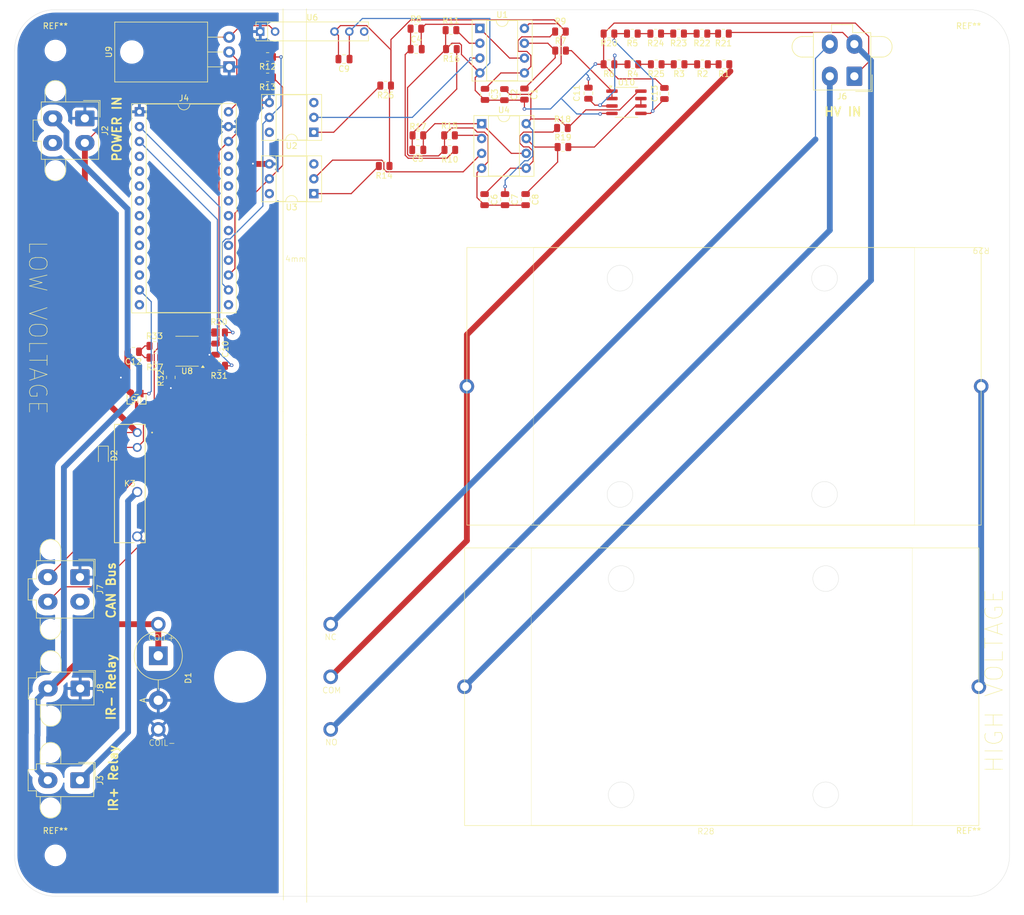
<source format=kicad_pcb>
(kicad_pcb (version 20241229) (generator "pcbnew") (generator_version "9.0")
  (layers (0 "F.Cu" signal) (2 "B.Cu" signal) (13 "F.Paste" user) (15 "B.Paste" user) (5 "F.SilkS" user "F.Silkscreen") (7 "B.SilkS" user "B.Silkscreen") (1 "F.Mask" user) (3 "B.Mask" user) (25 "Edge.Cuts" user))
  (net 0 "")
  (net 1 "Net-(U1-COMPIN)")
  (net 2 "+12P")
  (net 3 "Net-(U1-IOUT)")
  (net 4 "Net-(C4-Pad1)")
  (net 5 "Net-(C5-Pad1)")
  (net 6 "Net-(U4-IOUT)")
  (net 7 "Net-(U4-COMPIN)")
  (net 8 "GLV-")
  (net 9 "CANL")
  (net 11 "CANH")
  (net 15 "+12V")
  (net 16 "Net-(R1-Pad2)")
  (net 17 "Net-(R2-Pad2)")
  (net 18 "Net-(R25-Pad1)")
  (net 19 "Net-(U10A-+)")
  (net 20 "Net-(R25-Pad2)")
  (net 21 "Net-(R24-Pad2)")
  (net 22 "Net-(U10B-+)")
  (net 23 "Net-(U1-IREF)")
  (net 24 "Freq_Accumulator")
  (net 25 "Freq_TS")
  (net 26 "Net-(R14-Pad2)")
  (net 27 "Net-(U4-IREF)")
  (net 28 "Net-(R21-Pad2)")
  (net 29 "Net-(R22-Pad2)")
  (net 30 "Net-(R23-Pad2)")
  (net 31 "Net-(R26-Pad2)")
  (net 32 "Net-(U1-FOUT)")
  (net 36 "Net-(U4-FOUT)")
  (net 39 "Net-(D2-A)")
  (net 40 "Net-(U1-RC)")
  (net 41 "Net-(U4-RC)")
  (net 42 "CANRX")
  (net 43 "CANTX")
  (net 45 "+5V")
  (net 62 "B+_in")
  (net 63 "Net-(C12-Pad1)")
  (net 64 "IR+")
  (net 65 "+3.3V")
  (net 66 "Net-(U10A--)")
  (net 67 "IR+_GND")
  (net 68 "Vin_Accu")
  (net 69 "Shutdown_in")
  (net 70 "TS-")
  (net 71 "TS+")
  (net 72 "Net-(R28-Pad2)")
  (net 73 "Net-(U8-R)")
  (net 74 "Net-(U8-D)")
  (net 75 "Net-(U8-Rs)")
  (net 76 "GNDS")
  (net 77 "Net-(U10B--)")
  (footprint "Capacitor_SMD:C_0805_2012Metric" (layer "F.Cu") (at 133.23 53.16 -90)
    (property "Reference" "C6")
    (property "Value" "10n")
  )
  (footprint "Resistor_SMD:R_0805_2012Metric" (layer "F.Cu") (at 146.6425 44.16)
    (property "Reference" "R19")
    (property "Value" "100K")
  )
  (footprint "PCN_112D3HMZ:RELAY_PCN-105D3MHZ_000_TEC" (layer "F.Cu") (at 73.800253 93.010253)
    (property "Reference" "K3")
    (property "Value" "PCN-112D3MHZ_000")
  )
  (footprint "Resistor_SMD:R_0805_2012Metric" (layer "F.Cu") (at 174.100253 24.750253 180)
    (property "Reference" "R21")
    (property "Value" "510K")
  )
  (footprint "Resistor_SMD:R_0805_2012Metric" (layer "F.Cu") (at 158.600253 30.000253 180)
    (property "Reference" "R4")
    (property "Value" "510K")
  )
  (footprint "Diode_SMD:D_SOD-323" (layer "F.Cu") (at 68 96.95 -90)
    (property "Reference" "D2")
    (property "Value" "RF01VM2S")
  )
  (footprint "Resistor_SMD:R_0805_2012Metric" (layer "F.Cu") (at 76.812753 78.190253)
    (property "Reference" "R33")
    (property "Value" "60")
  )
  (footprint "precharge res:Ohmite HS100 500R F" (layer "F.Cu") (at 129.8 160.25)
    (property "Reference" "R28")
    (property "Value" "500")
    (fp_circle (center 26.8 -42.25) (end 29 -42.25) (stroke (width 0.05)) (fill no) (layer "Edge.Cuts"))
    (fp_circle (center 26.8 -5.25) (end 29 -5.25) (stroke (width 0.05)) (fill no) (layer "Edge.Cuts"))
    (fp_circle (center 61.8 -42.25) (end 64 -42.25) (stroke (width 0.05)) (fill no) (layer "Edge.Cuts"))
    (fp_circle (center 61.8 -5.25) (end 64 -5.25) (stroke (width 0.05)) (fill no) (layer "Edge.Cuts"))
  )
  (footprint "Capacitor_SMD:C_0805_2012Metric" (layer "F.Cu") (at 121.8 44.65)
    (property "Reference" "C5")
    (property "Value" "1u")
  )
  (footprint "Resistor_SMD:R_0805_2012Metric" (layer "F.Cu") (at 87.887753 75.890253 180)
    (property "Reference" "R30")
    (property "Value" "10")
  )
  (footprint "Resistor_SMD:R_0805_2012Metric" (layer "F.Cu") (at 127.55 27.4 180)
    (property "Reference" "R16")
    (property "Value" "47")
  )
  (footprint "Resistor_SMD:R_0805_2012Metric" (layer "F.Cu") (at 96.112753 28.750253 180)
    (property "Reference" "R12")
    (property "Value" "1.5K")
  )
  (footprint "Capacitor_SMD:C_0805_2012Metric" (layer "F.Cu") (at 140.05 35.1 -90)
    (property "Reference" "C1")
    (property "Value" "100n")
  )
  (footprint "MountingHole:MountingHole_3.2mm_M3" (layer "F.Cu") (at 216.050253 165.350253)
    (property "Reference" "REF**")
    (property "Value" "MountingHole_3.2mm_M3")
  )
  (footprint "Capacitor_SMD:C_0805_2012Metric" (layer "F.Cu") (at 87.200253 78.740253 -90)
    (property "Reference" "C10")
    (property "Value" "100n")
  )
  (footprint "Resistor_SMD:R_0805_2012Metric" (layer "F.Cu") (at 158.512753 24.750253 180)
    (property "Reference" "R5")
    (property "Value" "510K")
  )
  (footprint "Resistor_SMD:R_0805_2012Metric" (layer "F.Cu") (at 170.512753 30.000253 180)
    (property "Reference" "R2")
    (property "Value" "510K")
  )
  (footprint "Capacitor_SMD:C_0805_2012Metric" (layer "F.Cu") (at 121.53 27.41)
    (property "Reference" "C4")
    (property "Value" "1u")
  )
  (footprint "nmos:SOIC_63D8L-7_DIO" (layer "F.Cu") (at 73.685254 87.315453 180)
    (property "Reference" "U5")
    (property "Value" "DMN63D8L-7")
  )
  (footprint "Connector_Molex:Molex_Mini-Fit_Jr_5566-04A2_2x02_P4.20mm_Vertical" (layer "F.Cu") (at 64 117.75 -90)
    (property "Reference" "J7")
    (property "Value" "Conn_01x04_Socket")
  )
  (footprint "Package_DIP:DIP-28_W15.24mm_Socket" (layer "F.Cu") (at 74.175 38.125)
    (property "Reference" "J4")
    (property "Value" "Conn_02x14_Counter_Clockwise")
  )
  (footprint "Resistor_SMD:R_0805_2012Metric" (layer "F.Cu") (at 146.55 40.9 180)
    (property "Reference" "R18")
    (property "Value" "6.8K")
  )
  (footprint "Resistor_SMD:R_0805_2012Metric" (layer "F.Cu") (at 174.187753 30.000253 180)
    (property "Reference" "R1")
    (property "Value" "510K")
  )
  (footprint "Connector_Molex:Molex_Mini-Fit_Jr_5566-02A2_2x01_P4.20mm_Vertical" (layer "F.Cu") (at 64.04 136.8 -90)
    (property "Reference" "J8")
    (property "Value" "Conn_01x02_Socket")
  )
  (footprint "Connector_Molex:Molex_Mini-Fit_Jr_5566-04A2_2x02_P4.20mm_Vertical" (layer "F.Cu") (at 196.5 32.05 180)
    (property "Reference" "J6")
    (property "Value" "Conn_01x04_Socket")
  )
  (footprint "Resistor_SMD:R_0805_2012Metric" (layer "F.Cu") (at 87.900253 81.590253)
    (property "Reference" "R31")
    (property "Value" "10")
  )
  (footprint "Package_SO:SOIC-8_3.9x4.9mm_P1.27mm" (layer "F.Cu") (at 82.325253 79.095253 180)
    (property "Reference" "U8")
    (property "Value" "SN65HVD230")
  )
  (footprint "Resistor_SMD:R_0805_2012Metric" (layer "F.Cu") (at 116.3 33.65 180)
    (property "Reference" "R26")
    (property "Value" "560")
  )
  (footprint "MountingHole:MountingHole_3.2mm_M3" (layer "F.Cu") (at 59.800253 165.350253)
    (property "Reference" "REF**")
    (property "Value" "MountingHole_3.2mm_M3")
  )
  (footprint "Package_SIP:SIP-8_19x3mm_P2.54mm" (layer "F.Cu") (at 94.85 24.4)
    (property "Reference" "U6")
    (property "Value" "~")
  )
  (footprint "Resistor_SMD:R_0805_2012Metric" (layer "F.Cu") (at 146.23 27.66)
    (property "Reference" "R7")
    (property "Value" "100K")
  )
  (footprint "Resistor_SMD:R_0805_2012Metric" (layer "F.Cu") (at 162.600253 30.000253 180)
    (property "Reference" "R25")
    (property "Value" "510K")
  )
  (footprint "Resistor_SMD:R_0805_2012Metric" (layer "F.Cu") (at 166.512753 30.000253 180)
    (property "Reference" "R3")
    (property "Value" "510K")
  )
  (footprint "Connector_Molex:Molex_Mini-Fit_Jr_5566-02A2_2x01_P4.20mm_Vertical" (layer "F.Cu") (at 64 152.5 -90)
    (property "Reference" "J3")
    (property "Value" "Conn_01x02_Socket")
  )
  (footprint "MountingHole:MountingHole_3.2mm_M3" (layer "F.Cu") (at 59.8 27.65)
    (property "Reference" "REF**")
    (property "Value" "MountingHole_3.2mm_M3")
  )
  (footprint "Capacitor_SMD:C_0805_2012Metric" (layer "F.Cu") (at 133.3 35.15 -90)
    (property "Reference" "C3")
    (property "Value" "10n")
  )
  (footprint "Connector_Molex:Molex_Mini-Fit_Jr_5566-04A2_2x02_P4.20mm_Vertical" (layer "F.Cu") (at 64.84 39.25 -90)
    (property "Reference" "J2")
    (property "Value" "Conn_01x04_Socket")
  )
  (footprint "Resistor_SMD:R_0805_2012Metric" (layer "F.Cu") (at 166.425253 24.750253 180)
    (property "Reference" "R23")
    (property "Value" "510K")
  )
  (footprint "Capacitor_SMD:C_0805_2012Metric" (layer "F.Cu") (at 109.18 29.11 180)
    (property "Reference" "C9")
    (property "Value" "1u")
  )
  (footprint "Capacitor_SMD:C_0805_2012Metric" (layer "F.Cu") (at 140.250253 53.150253 -90)
    (property "Reference" "C8")
    (property "Value" "100n")
  )
  (footprint "Capacitor_SMD:C_0805_2012Metric" (layer "F.Cu") (at 164 35 90)
    (property "Reference" "C13")
    (property "Value" "100n")
  )
  (footprint "Capacitor_SMD:C_0805_2012Metric" (layer "F.Cu") (at 136.73 53.16 -90)
    (property "Reference" "C7")
    (property "Value" "100n")
  )
  (footprint "Capacitor_SMD:C_0805_2012Metric" (layer "F.Cu") (at 73.150253 79.190253 180)
    (property "Reference" "C12")
    (property "Value" "100n")
  )
  (footprint "precharge res:Ohmite HS100 500R F" (layer "F.Cu") (at 218.2 61.35 180)
    (property "Reference" "R29")
    (property "Value" "500")
    (fp_circle (center 61.8 -5.25) (end 64 -5.25) (stroke (width 0.05)) (fill no) (layer "Edge.Cuts"))
    (fp_circle (center 61.8 -42.25) (end 64 -42.25) (stroke (width 0.05)) (fill no) (layer "Edge.Cuts"))
    (fp_circle (center 26.8 -5.25) (end 29 -5.25) (stroke (width 0.05)) (fill no) (layer "Edge.Cuts"))
    (fp_circle (center 26.8 -42.25) (end 29 -42.25) (stroke (width 0.05)) (fill no) (layer "Edge.Cuts"))
  )
  (footprint "Package_DIP:DIP-6_W7.62mm_Socket" (layer "F.Cu") (at 104.020253 41.630253 180)
    (property "Reference" "U2")
    (property "Value" "4N35")
  )
  (footprint "Resistor_SMD:R_0805_2012Metric" (layer "F.Cu") (at 121.48 23.91)
    (property "Reference" "R8")
    (property "Value" "100K")
  )
  (footprint "Resistor_SMD:R_0805_2012Metric" (layer "F.Cu") (at 96.112753 32.250253 180)
    (property "Reference" "R13")
    (property "Value" "1.5K")
  )
  (footprint "Package_DIP:DIP-8_W7.62mm_Socket" (layer "F.Cu") (at 132.43 23.86)
    (property "Reference" "U1")
    (property "Value" "~")
  )
  (footprint "Resistor_SMD:R_0805_2012Metric" (layer "F.Cu") (at 79.550253 83.572753 -90)
    (property "Reference" "R32")
    (property "Value" "60")
  )
  (footprint "Capacitor_SMD:C_0805_2012Metric" (layer "F.Cu") (at 151 34.95 90)
    (property "Reference" "C11")
    (property "Value" "100n")
  )
  (footprint "Resistor_SMD:R_0805_2012Metric" (layer "F.Cu") (at 162.512753 24.750253 180)
    (property "Reference" "R24")
    (property "Value" "510K")
  )
  (footprint "Resistor_SMD:R_0805_2012Metric" (layer "F.Cu") (at 116.05 47.4 180)
    (property "Reference" "R14")
    (property "Value" "560")
  )
  (footprint "Package_DIP:DIP-6_W7.62mm_Socket" (layer "F.Cu") (at 104.020253 52.130253 180)
    (property "Reference" "U3")
    (property "Value" "4N35")
  )
  (footprint "Diode_THT:D_5KPW_P7.62mm_Vertical_AnodeUp" (layer "F.Cu") (at 77.4 131.2 -90)
    (property "Reference" "D1")
    (property "Value" "D")
  )
  (footprint "Resistor_SMD:R_0805_2012Metric" (layer "F.Cu") (at 127.48 24.16)
    (property "Reference" "R11")
    (property "Value" "12K")
  )
  (footprint "Package_DIP:DIP-8_W7.62mm_Socket" (layer "F.Cu") (at 132.73 40.16)
    (property "Reference" "U4")
    (property "Value" "~")
  )
  (footprint "Capacitor_SMD:C_0805_2012Metric" (layer "F.Cu") (at 136.62 35.19 -90)
    (property "Reference" "C2")
    (property "Value" "100n")
  )
  (footprint "Package_SO:SOIC-8_3.9x4.9mm_P1.27mm" (layer "F.Cu") (at 157.5 36.5)
    (property "Reference" "U10")
    (property "Value" "LM2904B")
  )
  (footprint "Resistor_SMD:R_0805_2012Metric" (layer "F.Cu") (at 127.2875 44.65 180)
    (property "Reference" "R10")
    (property "Value" "47")
  )
  (footprint "Resistor_SMD:R_0805_2012Metric" (layer "F.Cu") (at 121.8175 42.16)
    (property "Reference" "R17")
    (property "Value" "100K")
  )
  (footprint "MountingHole:MountingHole_3.2mm_M3" (layer "F.Cu") (at 216.05 27.65)
    (property "Reference" "REF**")
    (property "Value" "MountingHole_3.2mm_M3")
  )
  (footprint "Relay_THT:Precharge_Discharge_Relay" (layer "F.Cu") (at 91.4 134.8)
    (property "Reference" "K4")
    (property "Value" "Relay_SPDT")
  )
  (footprint "Resistor_SMD:R_0805_2012Metric" (layer "F.Cu") (at 154.512753 24.750253 180)
    (property "Reference" "R20")
    (property "Value" "39K")
  )
  (footprint "Resistor_SMD:R_0805_2012Metric" (layer "F.Cu") (at 154.512753 30.000253 180)
    (property "Reference" "R6")
    (property "Value" "39K")
  )
  (footprint "Package_TO_SOT_THT:TO-220-3_Horizontal_TabDown" (layer "F.Cu") (at 89.53 30.44 90)
    (property "Reference" "U9")
    (property "Value" "LM1117T-5.0")
  )
  (footprint "Resistor_SMD:R_0805_2012Metric" (layer "F.Cu") (at 127.23 42.16)
    (property "Reference" "R15")
    (property "Value" "12K")
  )
  (footprint "Resistor_SMD:R_0805_2012Metric" (layer "F.Cu") (at 170.425253 24.750253 180)
    (property "Reference" "R22")
    (property "Value" "510K")
  )
  (footprint "Resistor_SMD:R_0805_2012Metric" (layer "F.Cu") (at 146.2125 24.4 180)
    (property "Reference" "R9")
    (property "Value" "6.8K")
  )
  (footprint "Resistor_SMD:R_0805_2012Metric" (layer "F.Cu") (at 76.812753 80.190253 180)
    (property "Reference" "R27")
    (property "Value" "60")
  )
  (gr_line (start 98.75 89.400003) (end 98.772608 127.200016) (stroke (width 0.1)) (layer "F.SilkS"))
  (gr_line (start 98.772608 127.200016) (end 98.773804 129.199896) (stroke (width 0.1)) (layer "F.SilkS"))
  (gr_line (start 102.75 20.5) (end 102.75 93.400003) (stroke (width 0.1)) (layer "F.SilkS"))
  (gr_line (start 98.75 20.5) (end 98.75 89.400003) (stroke (width 0.1)) (layer "F.SilkS"))
  (gr_line (start 102.75 93.400003) (end 102.8 173.4) (stroke (width 0.1)) (layer "F.SilkS"))
  (gr_line (start 98.773804 129.199896) (end 98.8 173) (stroke (width 0.1)) (layer "F.SilkS"))
  (gr_arc (start 59.800253 172.350253) (mid 54.850503 170.300002) (end 52.800253 165.350253) (stroke (width 0.05)) (layer "Edge.Cuts"))
  (gr_line (start 52.8 27.65) (end 52.800253 165.350253) (stroke (width 0.05)) (layer "Edge.Cuts"))
  (gr_line (start 59.8 20.65) (end 216.05 20.65) (stroke (width 0.05)) (layer "Edge.Cuts"))
  (gr_arc (start 223.050253 165.350253) (mid 221 170.3) (end 216.050253 172.350253) (stroke (width 0.05)) (layer "Edge.Cuts"))
  (gr_arc (start 52.8 27.65) (mid 54.850253 22.700253) (end 59.8 20.65) (stroke (width 0.05)) (layer "Edge.Cuts"))
  (gr_arc (start 216.05 20.65) (mid 220.999718 22.700282) (end 223.05 27.65) (stroke (width 0.05)) (layer "Edge.Cuts"))
  (gr_line (start 223.05 27.65) (end 223.050253 165.350253) (stroke (width 0.05)) (layer "Edge.Cuts"))
  (gr_line (start 59.800253 172.350253) (end 216.050253 172.350253) (stroke (width 0.05)) (layer "Edge.Cuts"))
  (gr_text "CAN Bus" (at 70.2 125 90) (layer "F.SilkS") (effects (font (size 1.5 1.5) (thickness 0.3) (bold yes)) (justify left bottom)))
  (gr_text "HV IN" (at 191.2 39 0) (layer "F.SilkS") (effects (font (size 1.5 1.5) (thickness 0.3) (bold yes)) (justify left bottom)))
  (gr_text "4mm" (at 99.050253 63.900253 0) (layer "F.SilkS") (effects (font (size 1 1) (thickness 0.1)) (justify left bottom)))
  (gr_text "POWER IN" (at 71.2 46.8 90) (layer "F.SilkS") (effects (font (size 1.5 1.5) (thickness 0.3) (bold yes)) (justify left bottom)))
  (gr_text "IR- Relay" (at 70.2 142.4 90) (layer "F.SilkS") (effects (font (size 1.5 1.5) (thickness 0.3) (bold yes)) (justify left bottom)))
  (gr_text "HIGH VOLTAGE\n" (at 222.2 151.4 90) (layer "F.SilkS") (effects (font (size 3 3) (thickness 0.1)) (justify left bottom)))
  (gr_text "LOW VOLTAGE" (at 55 60 -90) (layer "F.SilkS") (effects (font (size 3 3) (thickness 0.1)) (justify left bottom)))
  (gr_text "IR+ Relay" (at 70.6 158 90) (layer "F.SilkS") (effects (font (size 1.5 1.5) (thickness 0.3) (bold yes)) (justify left bottom)))
  (segment (start 145.3175 28.8825) (end 145.3175 27.66) (width 0.2) (layer "F.Cu") (net 1))
  (segment (start 140.05 34.15) (end 145.3175 28.8825) (width 0.2) (layer "F.Cu") (net 1))
  (segment (start 144.0575 26.4) (end 145.3175 27.66) (width 0.2) (layer "F.Cu") (net 1))
  (segment (start 140.05 26.4) (end 144.0575 26.4) (width 0.2) (layer "F.Cu") (net 1))
  (segment (start 141.05 35.15) (end 146.33 29.87) (width 0.2) (layer "F.Cu") (net 2))
  (segment (start 146.33 29.87) (end 146.33 25.195) (width 0.2) (layer "F.Cu") (net 2))
  (segment (start 136.73 50.920506) (end 136.750253 50.900253) (width 0.2) (layer "F.Cu") (net 2))
  (segment (start 108.23 25.08) (end 107.55 24.4) (width 0.2) (layer "F.Cu") (net 2))
  (segment (start 137.53 35.15) (end 136.62 34.24) (width 0.2) (layer "F.Cu") (net 2))
  (segment (start 145.125 22.4) (end 147.125 24.4) (width 0.2) (layer "F.Cu") (net 2))
  (segment (start 145.922501 39.360001) (end 147.4625 40.9) (width 0.2) (layer "F.Cu") (net 2))
  (segment (start 141.149999 39.360001) (end 145.922501 39.360001) (width 0.2) (layer "F.Cu") (net 2))
  (segment (start 117.2125 25.767756) (end 120.580256 22.4) (width 0.2) (layer "F.Cu") (net 2))
  (segment (start 140.05 23.86) (end 140.849999 23.060001) (width 0.2) (layer "F.Cu") (net 2))
  (segment (start 117.2125 33.65) (end 117.2125 25.767756) (width 0.2) (layer "F.Cu") (net 2))
  (segment (start 107.55 24.4) (end 108.575 23.375) (width 0.2) (layer "F.Cu") (net 2))
  (segment (start 147.4625 40.9) (end 150.5585 37.804) (width 0.2) (layer "F.Cu") (net 2))
  (segment (start 140.84 40.65) (end 140.35 40.16) (width 0.2) (layer "F.Cu") (net 2))
  (segment (start 140.59 24.4) (end 140.05 23.86) (width 0.2) (layer "F.Cu") (net 2))
  (segment (start 140.849999 23.060001) (end 145.785001 23.060001) (width 0.2) (layer "F.Cu") (net 2))
  (segment (start 108.575 23.375) (end 113.054569 23.375) (width 0.2) (layer "F.Cu") (net 2))
  (segment (start 116.9625 47.4) (end 116.9625 33.9) (width 0.2) (layer "F.Cu") (net 2))
  (segment (start 150.5585 37.804) (end 156.346057 37.804) (width 0.2) (layer "F.Cu") (net 2))
  (segment (start 117.2125 27.532931) (end 117.2125 33.65) (width 0.2) (layer "F.Cu") (net 2))
  (segment (start 141.149999 39.360001) (end 141.149999 35.249999) (width 0.2) (layer "F.Cu") (net 2))
  (segment (start 113.054569 23.375) (end 117.2125 27.532931) (width 0.2) (layer "F.Cu") (net 2))
  (segment (start 159.555057 34.595) (end 159.975 34.595) (width 0.2) (layer "F.Cu") (net 2))
  (segment (start 146.33 25.195) (end 147.125 24.4) (width 0.2) (layer "F.Cu") (net 2))
  (segment (start 108.23 29.11) (end 108.23 25.08) (width 0.2) (layer "F.Cu") (net 2))
  (segment (start 145.785001 23.060001) (end 147.125 24.4) (width 0.2) (layer "F.Cu") (net 2))
  (segment (start 156.346057 37.804) (end 159.555057 34.595) (width 0.2) (layer "F.Cu") (net 2))
  (segment (start 141.149999 35.249999) (end 141.05 35.15) (width 0.2) (layer "F.Cu") (net 2))
  (segment (start 136.73 52.21) (end 136.73 50.920506) (width 0.2) (layer "F.Cu") (net 2))
  (segment (start 141.05 35.15) (end 137.53 35.15) (width 0.2) (layer "F.Cu") (net 2))
  (segment (start 116.9625 33.9) (end 117.2125 33.65) (width 0.2) (layer "F.Cu") (net 2))
  (segment (start 120.580256 22.4) (end 145.125 22.4) (width 0.2) (layer "F.Cu") (net 2))
  (segment (start 140.35 40.16) (end 141.149999 39.360001) (width 0.2) (layer "F.Cu") (net 2))
  (via (at 136.750253 50.900253) (size 0.6) (drill 0.3) (layers "F.Cu" "B.Cu") (net 2))
  (segment (start 136.750253 49.824112) (end 140.074112 46.500253) (width 0.2) (layer "B.Cu") (net 2))
  (segment (start 141.45 45.695635) (end 141.45 41.26) (width 0.2) (layer "B.Cu") (net 2))
  (segment (start 140.074112 46.500253) (end 140.645382 46.500253) (width 0.2) (layer "B.Cu") (net 2))
  (segment (start 140.645382 46.500253) (end 141.45 45.695635) (width 0.2) (layer "B.Cu") (net 2))
  (segment (start 141.45 41.26) (end 140.35 40.16) (width 0.2) (layer "B.Cu") (net 2))
  (segment (start 136.750253 50.900253) (end 136.750253 49.824112) (width 0.2) (layer "B.Cu") (net 2))
  (segment (start 123.1425 23.16) (end 122.3925 23.91) (width 0.2) (layer "F.Cu") (net 3))
  (segment (start 132.43 23.86) (end 131.73 23.16) (width 0.2) (layer "F.Cu") (net 3))
  (segment (start 122.3925 27.3225) (end 122.48 27.41) (width 0.2) (layer "F.Cu") (net 3))
  (segment (start 131.73 23.16) (end 123.1425 23.16) (width 0.2) (layer "F.Cu") (net 3))
  (segment (start 140.05 28.94) (end 137.51 28.94) (width 0.2) (layer "F.Cu") (net 3))
  (segment (start 122.3925 23.91) (end 122.3925 27.3225) (width 0.2) (layer "F.Cu") (net 3))
  (segment (start 137.51 28.94) (end 132.43 23.86) (width 0.2) (layer "F.Cu") (net 3))
  (segment (start 120.159314 46.075) (end 119.65 45.565686) (width 0.2) (layer "F.Cu") (net 4))
  (segment (start 120.5675 23.91) (end 120.5675 27.3975) (width 0.2) (layer "F.Cu") (net 4))
  (segment (start 126.775 46.075) (end 120.159314 46.075) (width 0.2) (layer "F.Cu") (net 4))
  (segment (start 119.65 28.34) (end 120.58 27.41) (width 0.2) (layer "F.Cu") (net 4))
  (segment (start 119.65 45.565686) (end 119.65 28.34) (width 0.2) (layer "F.Cu") (net 4))
  (segment (start 120.5675 27.3975) (end 120.58 27.41) (width 0.2) (layer "F.Cu") (net 4))
  (segment (start 128.2 44.65) (end 126.775 46.075) (width 0.2) (layer "F.Cu") (net 4))
  (segment (start 120.905 41.795) (end 128.4625 34.2375) (width 0.2) (layer "F.Cu") (net 5))
  (segment (start 128.4625 34.2375) (end 128.4625 27.4) (width 0.2) (layer "F.Cu") (net 5))
  (segment (start 120.85 42.215) (end 120.905 42.16) (width 0.2) (layer "F.Cu") (net 5))
  (segment (start 120.85 44.65) (end 120.85 42.215) (width 0.2) (layer "F.Cu") (net 5))
  (segment (start 120.905 42.16) (end 120.905 41.795) (width 0.2) (layer "F.Cu") (net 5))
  (segment (start 122.75 44.65) (end 122.75 42.18) (width 0.2) (layer "F.Cu") (net 6))
  (segment (start 124.73 40.16) (end 132.73 40.16) (width 0.2) (layer "F.Cu") (net 6))
  (segment (start 122.75 42.18) (end 122.73 42.16) (width 0.2) (layer "F.Cu") (net 6))
  (segment (start 140.35 45.24) (end 137.81 45.24) (width 0.2) (layer "F.Cu") (net 6))
  (segment (start 137.81 45.24) (end 132.73 40.16) (width 0.2) (layer "F.Cu") (net 6))
  (segment (start 122.73 42.16) (end 124.73 40.16) (width 0.2) (layer "F.Cu") (net 6))
  (segment (start 145.73 44.16) (end 141.81 44.16) (width 0.2) (layer "F.Cu") (net 7))
  (segment (start 140.250253 52.200253) (end 145.73 46.720506) (width 0.2) (layer "F.Cu") (net 7))
  (segment (start 145.73 46.720506) (end 145.73 44.16) (width 0.2) (layer "F.Cu") (net 7))
  (segment (start 141.81 44.16) (end 140.35 42.7) (width 0.2) (layer "F.Cu") (net 7))
  (segment (start 71 84.579998) (end 72.565655 86.145653) (width 1) (layer "F.Cu") (net 8))
  (segment (start 93.650253 47.050253) (end 93.6 47) (width 1) (layer "F.Cu") (net 8))
  (segment (start 86.120253 79.730253) (end 86.150253 79.700253) (width 0.2) (layer "F.Cu") (net 8))
  (segment (start 72.100253 82.299747) (end 72.100253 79.190253) (width 1) (layer "F.Cu") (net 8))
  (segment (start 84.800253 79.730253) (end 86.120253 79.730253) (width 0.2) (layer "F.Cu") (net 8))
  (segment (start 79.550253 84.485253) (end 79.550253 85.400253) (width 0.2) (layer "F.Cu") (net 8))
  (segment (start 71 83.6) (end 71 84.579998) (width 1) (layer "F.Cu") (net 8))
  (segment (start 87.200253 79.690253) (end 86.160253 79.690253) (width 0.2) (layer "F.Cu") (net 8))
  (segment (start 71 83.4) (end 72.100253 82.299747) (width 1) (layer "F.Cu") (net 8))
  (segment (start 71 83.6) (end 71 83.4) (width 1) (layer "F.Cu") (net 8))
  (segment (start 86.160253 79.690253) (end 86.150253 79.700253) (width 0.2) (layer "F.Cu") (net 8))
  (segment (start 72.565655 86.145653) (end 72.770255 86.145653) (width 1) (layer "F.Cu") (net 8))
  (segment (start 96.400253 47.050253) (end 93.650253 47.050253) (width 1) (layer "F.Cu") (net 8))
  (via (at 93.6 47) (size 0.6) (drill 0.3) (layers "F.Cu" "B.Cu") (net 8))
  (via (at 86.150253 79.700253) (size 0.6) (drill 0.3) (layers "F.Cu" "B.Cu") (net 8))
  (via (at 71 83.6) (size 0.6) (drill 0.3) (layers "F.Cu" "B.Cu") (net 8))
  (via (at 79.550253 85.400253) (size 0.6) (drill 0.3) (layers "F.Cu" "B.Cu") (net 8))
  (segment (start 68.5 106) (end 76.712753 97.787247) (width 0.2) (layer "F.Cu") (net 9))
  (segment (start 79.580253 78.190253) (end 79.850253 78.460253) (width 0.2) (layer "F.Cu") (net 9))
  (segment (start 76.712753 79.202753) (end 77.725253 78.190253) (width 0.2) (layer "F.Cu") (net 9))
  (segment (start 58.5 117.75) (end 68.5 107.75) (width 0.2) (layer "F.Cu") (net 9))
  (segment (start 68.5 107.75) (end 68.5 106) (width 0.2) (layer "F.Cu") (net 9))
  (segment (start 77.725253 78.190253) (end 79.580253 78.190253) (width 0.2) (layer "F.Cu") (net 9))
  (segment (start 76.712753 97.787247) (end 76.712753 79.202753) (width 0.2) (layer "F.Cu") (net 9))
  (segment (start 79.390253 80.190253) (end 79.850253 79.730253) (width 0.2) (layer "F.Cu") (net 11))
  (segment (start 78.550253 80.095253) (end 78.185253 79.730253) (width 0.2) (layer "F.Cu") (net 11))
  (segment (start 77.725253 80.190253) (end 79.390253 80.190253) (width 0.2) (layer "F.Cu") (net 11))
  (segment (start 78.550253 107.949747) (end 78.550253 80.095253) (width 0.2) (layer "F.Cu") (net 11))
  (segment (start 67.1 119.4) (end 78.550253 107.949747) (width 0.2) (layer "F.Cu") (net 11))
  (segment (start 78.185253 79.730253) (end 77.725253 80.190253) (width 0.2) (layer "F.Cu") (net 11))
  (segment (start 58.5 121.95) (end 61.05 119.4) (width 0.2) (layer "F.Cu") (net 11))
  (segment (start 61.05 119.4) (end 67.1 119.4) (width 0.2) (layer "F.Cu") (net 11))
  (segment (start 70.889747 93.010253) (end 68 95.9) (width 0.2) (layer "F.Cu") (net 15))
  (segment (start 91.515 23.375) (end 89.53 25.36) (width 0.2) (layer "F.Cu") (net 15))
  (segment (start 82.93 25.36) (end 89.53 25.36) (width 0.2) (layer "F.Cu") (net 15))
  (segment (start 73.800253 93.010253) (end 70.889747 93.010253) (width 0.2) (layer "F.Cu") (net 15))
  (segment (start 97.39 24.4) (end 96.365 23.375) (width 0.2) (layer "F.Cu") (net 15))
  (segment (start 73.800253 93.010253) (end 64.84 84.05) (width 1) (layer "F.Cu") (net 15))
  (segment (start 96.365 23.375) (end 91.515 23.375) (width 0.2) (layer "F.Cu") (net 15))
  (segment (start 64.84 84.05) (end 64.84 43.45) (width 1) (layer "F.Cu") (net 15))
  (segment (start 64.84 43.45) (end 82.93 25.36) (width 0.2) (layer "F.Cu") (net 15))
  (segment (start 171.425253 30.000253) (end 173.275253 30.000253) (width 0.2) (layer "F.Cu") (net 16))
  (segment (start 167.425253 30.000253) (end 169.600253 30.000253) (width 0.2) (layer "F.Cu") (net 17))
  (segment (start 163.512753 30.000253) (end 165.600253 30.000253) (width 0.2) (layer "F.Cu") (net 18))
  (segment (start 155.425253 30.700253) (end 155.425253 30.000253) (width 0.2) (layer "F.Cu") (net 19))
  (segment (start 153 37) (end 153.135 37.135) (width 0.2) (layer "F.Cu") (net 19))
  (segment (start 155.425253 28.574747) (end 155.5 28.5) (width 0.2) (layer "F.Cu") (net 19))
  (segment (start 152.1 37) (end 151 35.9) (width 0.2) (layer "F.Cu") (net 19))
  (segment (start 153 37) (end 152.1 37) (width 0.2) (layer "F.Cu") (net 19))
  (segment (start 153.135 37.135) (end 155.025 37.135) (width 0.2) (layer "F.Cu") (net 19))
  (segment (start 155.425253 30.000253) (end 157.687753 30.000253) (width 0.2) (layer "F.Cu") (net 19))
  (segment (start 155.425253 30.000253) (end 155.425253 28.574747) (width 0.2) (layer "F.Cu") (net 19))
  (via (at 155.5 28.5) (size 0.6) (drill 0.3) (layers "F.Cu" "B.Cu") (net 19))
  (via (at 155.5 28.5) (size 0.6) (drill 0.3) (layers "F.Cu" "B.Cu") (net 19))
  (via (at 153 37) (size 0.6) (drill 0.3) (layers "F.Cu" "B.Cu") (net 19))
  (via (at 153 37) (size 0.6) (drill 0.3) (layers "F.Cu" "B.Cu") (net 19))
  (via (at 155.5 28.5) (size 0.6) (drill 0.3) (layers "F.Cu" "B.Cu") (net 19))
  (via (at 153 37) (size 0.6) (drill 0.3) (layers "F.Cu" "B.Cu") (net 19))
  (segment (start 155.5 34.5) (end 153 37) (width 0.2) (layer "B.Cu") (net 19))
  (segment (start 155.5 28.5) (end 155.5 34.5) (width 0.2) (layer "B.Cu") (net 19))
  (segment (start 159.512753 30.000253) (end 161.687753 30.000253) (width 0.2) (layer "F.Cu") (net 20))
  (segment (start 161.600253 24.750253) (end 159.425253 24.750253) (width 0.2) (layer "F.Cu") (net 21))
  (segment (start 162 38) (end 162 37.95) (width 0.2) (layer "F.Cu") (net 22))
  (segment (start 155.425253 25.925253) (end 155.400253 25.950253) (width 0.2) (layer "F.Cu") (net 22))
  (segment (start 161.595 38.405) (end 159.975 38.405) (width 0.2) (layer "F.Cu") (net 22))
  (segment (start 157.600253 24.750253) (end 155.425253 24.750253) (width 0.2) (layer "F.Cu") (net 22))
  (segment (start 162 37.95) (end 164 35.95) (width 0.2) (layer "F.Cu") (net 22))
  (segment (start 162 38) (end 161.595 38.405) (width 0.2) (layer "F.Cu") (net 22))
  (segment (start 155.425253 24.750253) (end 155.425253 25.925253) (width 0.2) (layer "F.Cu") (net 22))
  (via (at 155.400253 25.950253) (size 0.6) (drill 0.3) (layers "F.Cu" "B.Cu") (net 22))
  (via (at 162 38) (size 0.6) (drill 0.3) (layers "F.Cu" "B.Cu") (net 22))
  (segment (start 162 32.55) (end 162 38) (width 0.2) (layer "B.Cu") (net 22))
  (segment (start 155.400253 25.950253) (end 162 32.55) (width 0.2) (layer "B.Cu") (net 22))
  (segment (start 130.6325 26.4) (end 128.3925 24.16) (width 0.2) (layer "F.Cu") (net 23))
  (segment (start 132.43 26.4) (end 130.6325 26.4) (width 0.2) (layer "F.Cu") (net 23))
  (segment (start 97.025253 28.750253) (end 98.400253 28.750253) (width 0.2) (layer "F.Cu") (net 24))
  (via (at 98.400253 28.750253) (size 0.6) (drill 0.3) (layers "F.Cu" "B.Cu") (net 24))
  (segment (start 88.959365 59.885) (end 89.665506 59.885) (width 0.2) (layer "B.Cu") (net 24))
  (segment (start 89.665506 59.885) (end 95.300253 54.250253) (width 0.2) (layer "B.Cu") (net 24))
  (segment (start 95.300253 54.250253) (end 95.300253 40.190253) (width 0.2) (layer "B.Cu") (net 24))
  (segment (start 98.400253 37.090253) (end 96.400253 39.090253) (width 0.2) (layer "B.Cu") (net 24))
  (segment (start 88.315 60.529365) (end 88.959365 59.885) (width 0.2) (layer "B.Cu") (net 24))
  (segment (start 98.400253 28.750253) (end 98.400253 37.090253) (width 0.2) (layer "B.Cu") (net 24))
  (segment (start 88.315 67.505) (end 88.315 60.529365) (width 0.2) (layer "B.Cu") (net 24))
  (segment (start 89.415 68.605) (end 88.315 67.505) (width 0.2) (layer "B.Cu") (net 24))
  (segment (start 95.300253 40.190253) (end 96.400253 39.090253) (width 0.2) (layer "B.Cu") (net 24))
  (segment (start 96.400253 49.590253) (end 90.515 55.475506) (width 0.2) (layer "F.Cu") (net 25))
  (segment (start 98.700253 47.290253) (end 96.400253 49.590253) (width 0.2) (layer "F.Cu") (net 25))
  (segment (start 98.700253 33.925253) (end 98.700253 47.290253) (width 0.2) (layer "F.Cu") (net 25))
  (segment (start 90.515 55.475506) (end 90.515 64.965) (width 0.2) (layer "F.Cu") (net 25))
  (segment (start 90.515 64.965) (end 89.415 66.065) (width 0.2) (layer "F.Cu") (net 25))
  (segment (start 97.025253 32.250253) (end 98.700253 33.925253) (width 0.2) (layer "F.Cu") (net 25))
  (segment (start 104.020253 52.130253) (end 110.407247 52.130253) (width 0.2) (layer "F.Cu") (net 26))
  (segment (start 110.407247 52.130253) (end 115.1375 47.4) (width 0.2) (layer "F.Cu") (net 26))
  (segment (start 128.1425 42.16) (end 132.19 42.16) (width 0.2) (layer "F.Cu") (net 27))
  (segment (start 132.19 42.16) (end 132.73 42.7) (width 0.2) (layer "F.Cu") (net 27))
  (segment (start 171.337753 24.750253) (end 173.187753 24.750253) (width 0.2) (layer "F.Cu") (net 28))
  (segment (start 169.512753 24.750253) (end 167.337753 24.750253) (width 0.2) (layer "F.Cu") (net 29))
  (segment (start 165.512753 24.750253) (end 163.425253 24.750253) (width 0.2) (layer "F.Cu") (net 30))
  (segment (start 107.407247 41.630253) (end 115.3875 33.65) (width 0.2) (layer "F.Cu") (net 31))
  (segment (start 104.020253 41.630253) (end 107.407247 41.630253) (width 0.2) (layer "F.Cu") (net 31))
  (segment (start 131.01 28.94) (end 130.874265 29.075735) (width 0.2) (layer "F.Cu") (net 32))
  (segment (start 132.43 28.94) (end 131.01 28.94) (width 0.2) (layer "F.Cu") (net 32))
  (via (at 130.874265 29.075735) (size 0.6) (drill 0.3) (layers "F.Cu" "B.Cu") (net 32))
  (segment (start 130.874265 29.075735) (end 120.859747 39.090253) (width 0.2) (layer "B.Cu") (net 32))
  (segment (start 120.859747 39.090253) (end 104.020253 39.090253) (width 0.2) (layer "B.Cu") (net 32))
  (segment (start 107.210506 46.4) (end 115.634744 46.4) (width 0.2) (layer "F.Cu") (net 36))
  (segment (start 116.000253 46.765509) (end 116.000253 47.934997) (width 0.2) (layer "F.Cu") (net 36))
  (segment (start 129.57 48.4) (end 132.73 45.24) (width 0.2) (layer "F.Cu") (net 36))
  (segment (start 116.000253 47.934997) (end 116.465256 48.4) (width 0.2) (layer "F.Cu") (net 36))
  (segment (start 104.020253 49.590253) (end 107.210506 46.4) (width 0.2) (layer "F.Cu") (net 36))
  (segment (start 116.465256 48.4) (end 129.57 48.4) (width 0.2) (layer "F.Cu") (net 36))
  (segment (start 115.634744 46.4) (end 116.000253 46.765509) (width 0.2) (layer "F.Cu") (net 36))
  (segment (start 73.800253 95.550253) (end 70.449747 95.550253) (width 0.2) (layer "F.Cu") (net 39))
  (segment (start 74.862253 89.457652) (end 73.685254 88.280653) (width 0.2) (layer "F.Cu") (net 39))
  (segment (start 74.862253 94.488253) (end 74.862253 89.457652) (width 0.2) (layer "F.Cu") (net 39))
  (segment (start 73.800253 95.550253) (end 74.862253 94.488253) (width 0.2) (layer "F.Cu") (net 39))
  (segment (start 70.449747 95.550253) (end 68 98) (width 0.2) (layer "F.Cu") (net 39))
  (segment (start 136.02 31.48) (end 140.05 31.48) (width 0.2) (layer "F.Cu") (net 40))
  (segment (start 145.3 24.4) (end 144.4 25.3) (width 0.2) (layer "F.Cu") (net 40))
  (segment (start 138.95 25.944365) (end 138.95 27.8) (width 0.2) (layer "F.Cu") (net 40))
  (segment (start 141.15 28.484365) (end 141.15 30.38) (width 0.2) (layer "F.Cu") (net 40))
  (segment (start 141.15 30.38) (end 140.05 31.48) (width 0.2) (layer "F.Cu") (net 40))
  (segment (start 144.4 25.3) (end 139.594365 25.3) (width 0.2) (layer "F.Cu") (net 40))
  (segment (start 140.465635 27.8) (end 141.15 28.484365) (width 0.2) (layer "F.Cu") (net 40))
  (segment (start 138.95 27.8) (end 140.465635 27.8) (width 0.2) (layer "F.Cu") (net 40))
  (segment (start 139.594365 25.3) (end 138.95 25.944365) (width 0.2) (layer "F.Cu") (net 40))
  (segment (start 133.3 34.2) (end 136.02 31.48) (width 0.2) (layer "F.Cu") (net 40))
  (segment (start 139.87 31.66) (end 140.05 31.48) (width 0.2) (layer "F.Cu") (net 40))
  (segment (start 133.23 52.21) (end 137.66 47.78) (width 0.2) (layer "F.Cu") (net 41))
  (segment (start 139.894365 41.6) (end 139.25 42.244365) (width 0.2) (layer "F.Cu") (net 41))
  (segment (start 141.55 44.884365) (end 141.55 46.58) (width 0.2) (layer "F.Cu") (net 41))
  (segment (start 145.6375 40.9) (end 144.9375 41.6) (width 0.2) (layer "F.Cu") (net 41))
  (segment (start 139.25 43.495635) (end 139.894365 44.14) (width 0.2) (layer "F.Cu") (net 41))
  (segment (start 144.9375 41.6) (end 139.894365 41.6) (width 0.2) (layer "F.Cu") (net 41))
  (segment (start 140.805635 44.14) (end 141.55 44.884365) (width 0.2) (layer "F.Cu") (net 41))
  (segment (start 139.894365 44.14) (end 140.805635 44.14) (width 0.2) (layer "F.Cu") (net 41))
  (segment (start 139.25 42.244365) (end 139.25 43.495635) (width 0.2) (layer "F.Cu") (net 41))
  (segment (start 137.66 47.78) (end 140.35 47.78) (width 0.2) (layer "F.Cu") (net 41))
  (segment (start 141.55 46.58) (end 140.35 47.78) (width 0.2) (layer "F.Cu") (net 41))
  (segment (start 88.800253 75.890253) (end 90.140253 75.890253) (width 0.2) (layer "F.Cu") (net 42))
  (segment (start 90.140253 75.890253) (end 90.150253 75.900253) (width 0.2) (layer "F.Cu") (net 42))
  (via (at 90.150253 75.900253) (size 0.6) (drill 0.3) (layers "F.Cu" "B.Cu") (net 42))
  (segment (start 90.150253 75.900253) (end 87.915 73.665) (width 0.2) (layer "B.Cu") (net 42))
  (segment (start 87.915 73.665) (end 87.915 54.405) (width 0.2) (layer "B.Cu") (net 42))
  (segment (start 87.915 54.405) (end 74.175 40.665) (width 0.2) (layer "B.Cu") (net 42))
  (segment (start 88.812753 81.590253) (end 89.860253 81.590253) (width 0.2) (layer "F.Cu") (net 43))
  (segment (start 89.860253 81.590253) (end 89.950253 81.500253) (width 0.2) (layer "F.Cu") (net 43))
  (via (at 89.950253 81.500253) (size 0.6) (drill 0.3) (layers "F.Cu" "B.Cu") (net 43))
  (segment (start 87.515 56.545) (end 74.175 43.205) (width 0.2) (layer "B.Cu") (net 43))
  (segment (start 89.950253 81.500253) (end 87.515 79.065) (width 0.2) (layer "B.Cu") (net 43))
  (segment (start 87.515 79.065) (end 87.515 56.545) (width 0.2) (layer "B.Cu") (net 43))
  (segment (start 89.53 27.9) (end 90.83 29.2) (width 0.2) (layer "F.Cu") (net 45))
  (segment (start 90.83 29.2) (end 90.83 36.71) (width 0.2) (layer "F.Cu") (net 45))
  (segment (start 90.83 36.71) (end 89.415 38.125) (width 0.2) (layer "F.Cu") (net 45))
  (segment (start 192.3 58.4) (end 192.3 32.05) (width 1) (layer "B.Cu") (net 62))
  (segment (start 106.9 143.8) (end 192.3 58.4) (width 1) (layer "B.Cu") (net 62))
  (segment (start 75.100253 78.190253) (end 74.100253 79.190253) (width 0.2) (layer "F.Cu") (net 63))
  (segment (start 75.900253 80.190253) (end 75.100253 80.190253) (width 0.2) (layer "F.Cu") (net 63))
  (segment (start 75.100253 80.190253) (end 74.100253 79.190253) (width 0.2) (layer "F.Cu") (net 63))
  (segment (start 75.900253 78.190253) (end 75.100253 78.190253) (width 0.2) (layer "F.Cu") (net 63))
  (segment (start 74.600253 86.350253) (end 75.800253 86.350253) (width 0.2) (layer "F.Cu") (net 64))
  (via (at 75.800253 86.350253) (size 0.6) (drill 0.3) (layers "F.Cu" "B.Cu") (net 64))
  (segment (start 76.200253 70.630253) (end 74.175 68.605) (width 0.2) (layer "B.Cu") (net 64))
  (segment (start 75.800253 86.350253) (end 76.200253 85.950253) (width 0.2) (layer "B.Cu") (net 64))
  (segment (start 76.200253 85.950253) (end 76.200253 70.630253) (width 0.2) (layer "B.Cu") (net 64))
  (segment (start 87.787753 77.202753) (end 87.787753 44.832247) (width 0.2) (layer "F.Cu") (net 65))
  (segment (start 95.200253 37.419747) (end 89.415 43.205) (width 0.2) (layer "F.Cu") (net 65))
  (segment (start 95.200253 32.250253) (end 95.200253 37.419747) (width 0.2) (layer "F.Cu") (net 65))
  (segment (start 95.200253 32.250253) (end 95.200253 28.750253) (width 0.2) (layer "F.Cu") (net 65))
  (segment (start 87.200253 77.790253) (end 87.787753 77.202753) (width 0.2) (layer "F.Cu") (net 65))
  (segment (start 87.200253 77.790253) (end 85.470253 77.790253) (width 0.2) (layer "F.Cu") (net 65))
  (segment (start 87.787753 44.832247) (end 89.415 43.205) (width 0.2) (layer "F.Cu") (net 65))
  (segment (start 85.470253 77.790253) (end 84.800253 78.460253) (width 0.2) (layer "F.Cu") (net 65))
  (segment (start 148.09 27.66) (end 147.1425 27.66) (width 0.2) (layer "F.Cu") (net 66))
  (segment (start 155.025 34.595) (end 155.025 35.865) (width 0.2) (layer "F.Cu") (net 66))
  (segment (start 155.025 34.595) (end 148.09 27.66) (width 0.2) (layer "F.Cu") (net 66))
  (segment (start 72.236653 144.263347) (end 72.236653 104.733853) (width 1) (layer "B.Cu") (net 67))
  (segment (start 72.236653 104.733853) (end 73.800253 103.170253) (width 1) (layer "B.Cu") (net 67))
  (segment (start 64 152.5) (end 72.236653 144.263347) (width 1) (layer "B.Cu") (net 67))
  (segment (start 106.9 134.8) (end 130.2 111.5) (width 1) (layer "F.Cu") (net 68))
  (segment (start 130.2 76.269808) (end 175.287753 31.182055) (width 1) (layer "F.Cu") (net 68))
  (segment (start 130.2 111.5) (end 130.2 85.1) (width 1) (layer "F.Cu") (net 68))
  (segment (start 130.2 85.1) (end 130.2 76.269808) (width 1) (layer "F.Cu") (net 68))
  (segment (start 77.4 125.8) (end 70.058198 125.8) (width 1) (layer "F.Cu") (net 69))
  (segment (start 70.058198 125.8) (end 59.058198 136.8) (width 1) (layer "F.Cu") (net 69))
  (segment (start 59.058198 136.8) (end 58.54 136.8) (width 1) (layer "F.Cu") (net 69))
  (segment (start 77.4 131.2) (end 77.4 125.8) (width 1) (layer "F.Cu") (net 69))
  (segment (start 61.69 44.299138) (end 72.150253 54.759391) (width 1) (layer "B.Cu") (net 69))
  (segment (start 56.75 144.750001) (end 56.71 144.790001) (width 1) (layer "B.Cu") (net 69))
  (segment (start 59.34 39.25) (end 61.69 41.6) (width 1) (layer "B.Cu") (net 69))
  (segment (start 58.54 136.8) (end 56.75 138.59) (width 1) (layer "B.Cu") (net 69))
  (segment (start 74.136039 81.600253) (end 74.136039 86.100253) (width 1) (layer "B.Cu") (net 69))
  (segment (start 61.25 98.986292) (end 74.136039 86.100253) (width 1) (layer "B.Cu") (net 69))
  (segment (start 56.71 144.790001) (end 56.71 150.71) (width 1) (layer "B.Cu") (net 69))
  (segment (start 56.71 150.71) (end 58.5 152.5) (width 1) (layer "B.Cu") (net 69))
  (segment (start 61.69 41.6) (end 61.69 44.299138) (width 1) (layer "B.Cu") (net 69))
  (segment (start 58.54 136.8) (end 61.25 134.09) (width 1) (layer "B.Cu") (net 69))
  (segment (start 56.75 138.59) (end 56.75 144.750001) (width 1) (layer "B.Cu") (net 69))
  (segment (start 72.150253 79.614467) (end 74.136039 81.600253) (width 1) (layer "B.Cu") (net 69))
  (segment (start 72.150253 54.759391) (end 72.150253 79.614467) (width 1) (layer "B.Cu") (net 69))
  (segment (start 61.25 134.09) (end 61.25 98.986292) (width 1) (layer "B.Cu") (net 69))
  (segment (start 175.012753 24.750253) (end 175.213006 24.55) (width 0.2) (layer "F.Cu") (net 70))
  (segment (start 175.213006 24.55) (end 194.5 24.55) (width 0.2) (layer "F.Cu") (net 70))
  (segment (start 194.5 24.55) (end 196.5 26.55) (width 0.2) (layer "F.Cu") (net 70))
  (segment (start 199.35 29.4) (end 196.5 26.55) (width 1) (layer "B.Cu") (net 70))
  (segment (start 129.8 136.5) (end 199.35 66.95) (width 1) (layer "B.Cu") (net 70))
  (segment (start 199.35 66.95) (end 199.35 29.4) (width 1) (layer "B.Cu") (net 70))
  (segment (start 189.85 29) (end 192.3 26.55) (width 0.2) (layer "B.Cu") (net 71))
  (segment (start 106.9 125.8) (end 189.85 42.85) (width 1) (layer "B.Cu") (net 71))
  (segment (start 189.85 42.85) (end 189.85 29) (width 0.2) (layer "B.Cu") (net 71))
  (segment (start 218.2 136.1) (end 217.8 136.5) (width 1) (layer "B.Cu") (net 72))
  (segment (start 218.2 85.1) (end 218.2 136.1) (width 1) (layer "B.Cu") (net 72))
  (segment (start 84.800253 77.190253) (end 86.100253 75.890253) (width 0.2) (layer "F.Cu") (net 73))
  (segment (start 86.100253 75.890253) (end 86.975253 75.890253) (width 0.2) (layer "F.Cu") (net 73))
  (segment (start 85.390253 81.590253) (end 84.800253 81.000253) (width 0.2) (layer "F.Cu") (net 74))
  (segment (start 86.987753 81.590253) (end 85.390253 81.590253) (width 0.2) (layer "F.Cu") (net 74))
  (segment (start 80.825252 81.000253) (end 79.850253 81.000253) (width 0.2) (layer "F.Cu") (net 75))
  (segment (start 81.126253 80.699252) (end 80.825252 81.000253) (width 0.2) (layer "F.Cu") (net 75))
  (segment (start 80.825252 77.190253) (end 81.126253 77.491254) (width 0.2) (layer "F.Cu") (net 75))
  (segment (start 79.850253 77.190253) (end 80.825252 77.190253) (width 0.2) (layer "F.Cu") (net 75))
  (segment (start 79.850253 81.000253) (end 79.850253 82.360253) (width 0.2) (layer "F.Cu") (net 75))
  (segment (start 79.850253 82.360253) (end 79.550253 82.660253) (width 0.2) (layer "F.Cu") (net 75))
  (segment (start 81.126253 77.491254) (end 81.126253 80.699252) (width 0.2) (layer "F.Cu") (net 75))
  (segment (start 131.630001 34.480001) (end 133.3 36.15) (width 0.2) (layer "F.Cu") (net 76))
  (segment (start 153 38.5) (end 153.095 38.405) (width 0.2) (layer "F.Cu") (net 76))
  (segment (start 153.600253 30.000253) (end 153.600253 24.750253) (width 0.2) (layer "F.Cu") (net 76))
  (segment (start 126.2875 44.5625) (end 126.375 44.65) (width 0.2) (layer "F.Cu") (net 76))
  (segment (start 153.600253 30.000253) (end 152.250253 30.000253) (width 0.2) (layer "F.Cu") (net 76))
  (segment (start 133.185635 41.6) (end 133.83 42.244365) (width 0.2) (layer "F.Cu") (net 76))
  (segment (start 162.45 32.5) (end 164 34.05) (width 0.2) (layer "F.Cu") (net 76))
  (segment (start 132.43 31.48) (end 131.630001 32.279999) (width 0.2) (layer "F.Cu") (net 76))
  (segment (start 132.43 31.48) (end 129.275 28.325) (width 0.2) (layer "F.Cu") (net 76))
  (segment (start 126.5675 27.33) (end 126.6375 27.4) (width 0.2) (layer "F.Cu") (net 76))
  (segment (start 136.73 54.11) (end 140.240506 54.11) (width 0.2) (layer "F.Cu") (net 76))
  (segment (start 110.09 29.07) (end 110.13 29.11) (width 0.2) (layer "F.Cu") (net 76))
  (segment (start 126.3175 42.6325) (end 126.375 42.69) (width 0.2) (layer "F.Cu") (net 76))
  (segment (start 152.250253 30.000253) (end 152.200253 29.950253) (width 0.2) (layer "F.Cu") (net 76))
  (segment (start 126.5675 24.16) (end 126.5675 27.33) (width 0.2) (layer "F.Cu") (net 76))
  (segment (start 155.400253 22.950253) (end 196.665076 22.950253) (width 0.2) (layer "F.Cu") (net 76))
  (segment (start 136.61 36.15) (end 136.62 36.14) (width 0.2) (layer "F.Cu") (net 76))
  (segment (start 126.375 42.69) (end 126.375 44.65) (width 0.2) (layer "F.Cu") (net 76))
  (segment (start 125.35 45.675) (end 126.375 44.65) (width 0.2) (layer "F.Cu") (net 76))
  (segment (start 126.3175 42.16) (end 126.3175 42.6325) (width 0.2) (layer "F.Cu") (net 76))
  (segment (start 110.09 24.4) (end 110.09 29.07) (width 0.2) (layer "F.Cu") (net 76))
  (segment (start 156.1 32.5) (end 162.45 32.5) (width 0.2) (layer "F.Cu") (net 76))
  (segment (start 126.6375 27.4) (end 120.05 33.9875) (width 0.2) (layer "F.Cu") (net 76))
  (segment (start 131.97 41.6) (end 133.185635 41.6) (width 0.2) (layer "F.Cu") (net 76))
  (segment (start 126.5675 27.7475) (end 126.73 27.91) (width 0.2) (layer "F.Cu") (net 76))
  (segment (start 127.6375 26.4) (end 126.6375 27.4) (width 0.2) (layer "F.Cu") (net 76))
  (segment (start 120.325 45.675) (end 125.35 45.675) (width 0.2) (layer "F.Cu") (net 76))
  (segment (start 127.5775 40.9) (end 131.27 40.9) (width 0.2) (layer "F.Cu") (net 76))
  (segment (start 196.665076 22.950253) (end 198.95 25.235177) (width 0.2) (layer "F.Cu") (net 76))
  (segment (start 198.95 29.6) (end 196.5 32.05) (width 0.2) (layer "F.Cu") (net 76))
  (segment (start 153.095 38.405) (end 155.025 38.405) (width 0.2) (layer "F.Cu") (net 76))
  (segment (start 133.3 36.15) (end 136.61 36.15) (width 0.2) (layer "F.Cu") (net 76))
  (segment (start 132.73 47.78) (end 131.930001 48.579999) (width 0.2) (layer "F.Cu") (net 76))
  (segment (start 153.600253 24.750253) (end 155.400253 22.950253) (width 0.2) (layer "F.Cu") (net 76))
  (segment (start 140.240506 54.11) (end 140.250253 54.100253) (width 0.2) (layer "F.Cu") (net 76))
  (segment (start 133.23 54.11) (end 136.73 54.11) (width 0.2) (layer "F.Cu") (net 76))
  (segment (start 129.275 28.325) (end 129.275 26.715256) (width 0.2) (layer "F.Cu") (net 76))
  (segment (start 133.83 46.68) (end 132.73 47.78) (width 0.2) (layer "F.Cu") (net 76))
  (segment (start 120.05 33.9875) (end 120.05 45.4) (width 0.2) (layer "F.Cu") (net 76))
  (segment (start 126.3175 42.16) (end 127.5775 40.9) (width 0.2) (layer "F.Cu") (net 76))
  (segment (start 140.05 36.05) (end 140.05 37.65) (width 0.2) (layer "F.Cu") (net 76))
  (segment (start 136.62 36.14) (end 139.83 36.14) (width 0.2) (layer "F.Cu") (net 76))
  (segment (start 139.83 36.14) (end 139.87 36.1) (width 0.2) (layer "F.Cu") (net 76))
  (segment (start 131.930001 52.810001) (end 133.23 54.11) (width 0.2) (layer "F.Cu") (net 76))
  (segment (start 131.630001 32.279999) (end 131.630001 34.480001) (width 0.2) (layer "F.Cu") (net 76))
  (segment (start 151 32.5) (end 151 34) (width 0.2) (layer "F.Cu") (net 76))
  (segment (start 153.600253 30.000253) (end 156.1 32.5) (width 0.2) (layer "F.Cu") (net 76))
  (segment (start 120.05 45.4) (end 120.325 45.675) (width 0.2) (layer "F.Cu") (net 76))
  (segment (start 133.83 42.244365) (end 133.83 46.68) (width 0.2) (layer "F.Cu") (net 76))
  (segment (start 131.930001 48.579999) (end 131.930001 52.810001) (width 0.2) (layer "F.Cu") (net 76))
  (segment (start 129.275 26.715256) (end 128.959744 26.4) (width 0.2) (layer "F.Cu") (net 76))
  (segment (start 128.959744 26.4) (end 127.6375 26.4) (width 0.2) (layer "F.Cu") (net 76))
  (segment (start 131.27 40.9) (end 131.97 41.6) (width 0.2) (layer "F.Cu") (net 76))
  (segment (start 198.95 25.235177) (end 198.95 29.6) (width 0.2) (layer "F.Cu") (net 76))
  (via (at 151 32.5) (size 0.6) (drill 0.3) (layers "F.Cu" "B.Cu") (net 76))
  (via (at 153 38.5) (size 0.6) (drill 0.3) (layers "F.Cu" "B.Cu") (net 76))
  (via (at 140.05 37.65) (size 0.6) (drill 0.3) (layers "F.Cu" "B.Cu") (net 76))
  (via (at 152.200253 29.950253) (size 0.6) (drill 0.3) (layers "F.Cu" "B.Cu") (net 76))
  (segment (start 151 32) (end 150.575253 31.575253) (width 0.2) (layer "B.Cu") (net 76))
  (segment (start 134.13 29.78) (end 132.43 31.48) (width 0.2) (layer "B.Cu") (net 76))
  (segment (start 112.33 22.16) (end 134.13 22.16) (width 0.2) (layer "B.Cu") (net 76))
  (segment (start 149 38.5) (end 153 38.5) (width 0.2) (layer "B.Cu") (net 76))
  (segment (start 152.200253 29.950253) (end 150.575253 31.575253) (width 0.2) (layer "B.Cu") (net 76))
  (segment (start 146.325253 35.825253) (end 149 38.5) (width 0.2) (layer "B.Cu") (net 76))
  (segment (start 151 32.5) (end 151 32) (width 0.2) (layer "B.Cu") (net 76))
  (segment (start 110.09 24.4) (end 112.33 22.16) (width 0.2) (layer "B.Cu") (net 76))
  (segment (start 150.575253 31.575253) (end 146.325253 35.825253) (width 0.2) (layer "B.Cu") (net 76))
  (segment (start 134.13 22.16) (end 134.13 29.78) (width 0.2) (layer "B.Cu") (net 76))
  (segment (start 146.325253 35.825253) (end 144.500506 37.65) (width 0.2) (layer "B.Cu") (net 76))
  (segment (start 144.500506 37.65) (end 140.05 37.65) (width 0.2) (layer "B.Cu") (net 76))
  (segment (start 159.043338 37.135) (end 152.018338 44.16) (width 0.2) (layer "F.Cu") (net 77))
  (segment (start 147.564747 44.150253) (end 147.555 44.16) (width 0.2) (layer "F.Cu") (net 77))
  (segment (start 159.975 37.135) (end 159.043338 37.135) (width 0.2) (layer "F.Cu") (net 77))
  (segment (start 159.975 37.135) (end 159.975 35.865) (width 0.2) (layer "F.Cu") (net 77))
  (segment (start 152.018338 44.16) (end 147.555 44.16) (width 0.2) (layer "F.Cu") (net 77))
  (zone (net 8) (net_name "GLV-") (layer "B.Cu") (connect_pads (clearance 0)) (min_thickness 0.25) (fill yes (thermal_gap 0.5) (thermal_bridge_width 0.5))
    (polygon (pts (xy 51 175.6) (xy 50.6 19.4) (xy 98 19) (xy 98 175.4)))
  )
)
</source>
